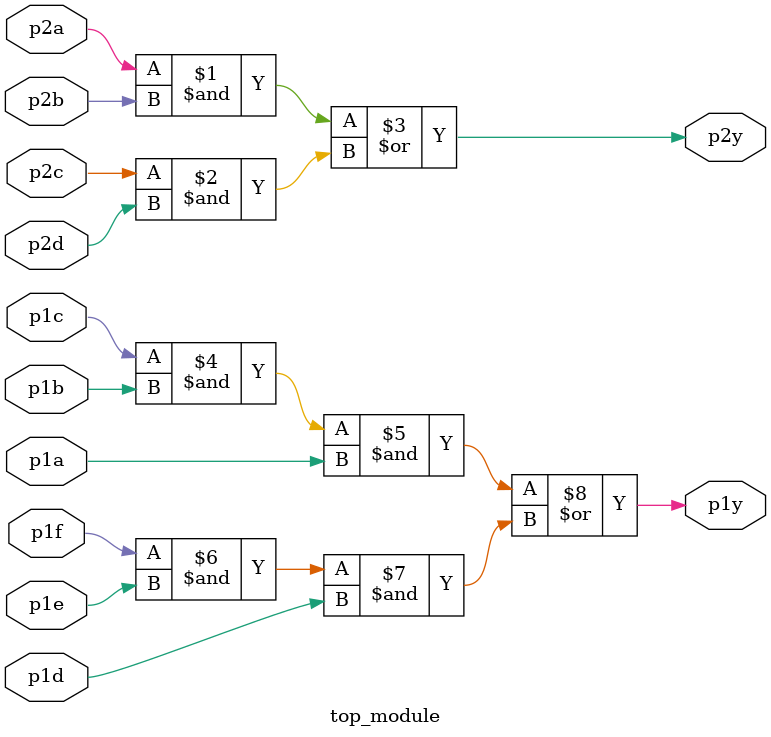
<source format=v>
module top_module(
    input wire p1a,p2a,p2b,p2c,p2d,
    input wire p1c,p1b,p1f,p1e,p1d,
    output p2y,p1y );

     assign p2y=(p2a&p2b)|(p2c&p2d);
     assign p1y=(p1c&p1b&p1a)|(p1f&p1e&p1d);
    
     endmodule
</source>
